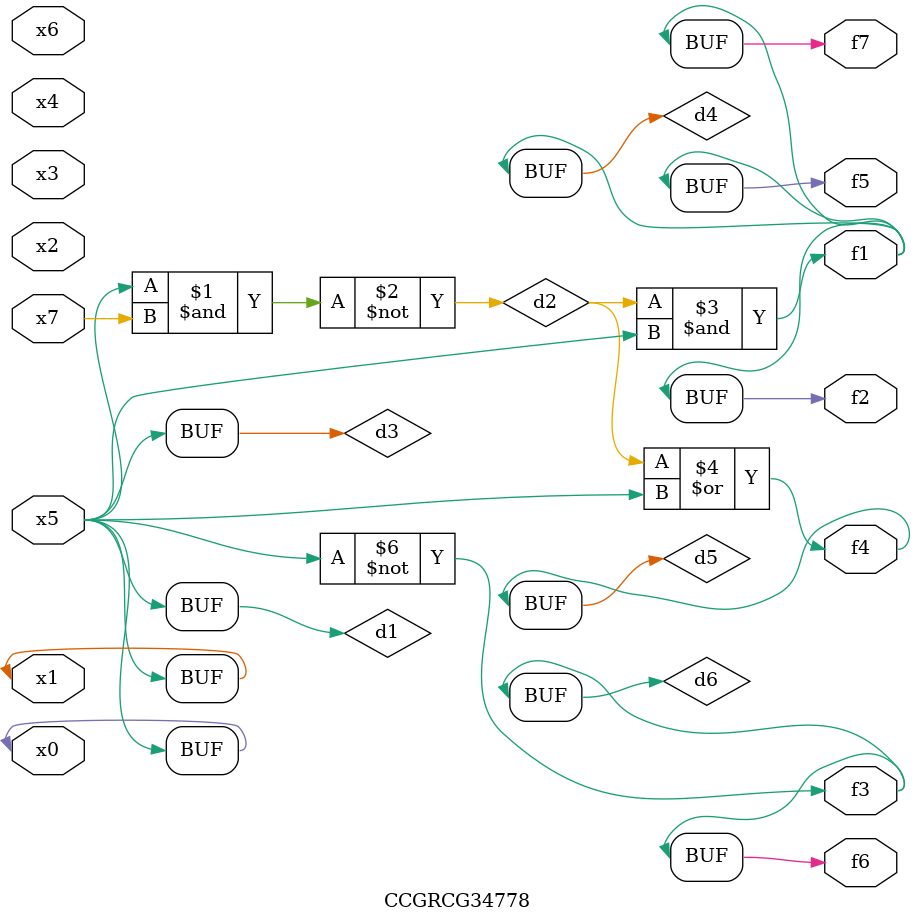
<source format=v>
module CCGRCG34778(
	input x0, x1, x2, x3, x4, x5, x6, x7,
	output f1, f2, f3, f4, f5, f6, f7
);

	wire d1, d2, d3, d4, d5, d6;

	buf (d1, x0, x5);
	nand (d2, x5, x7);
	buf (d3, x0, x1);
	and (d4, d2, d3);
	or (d5, d2, d3);
	nor (d6, d1, d3);
	assign f1 = d4;
	assign f2 = d4;
	assign f3 = d6;
	assign f4 = d5;
	assign f5 = d4;
	assign f6 = d6;
	assign f7 = d4;
endmodule

</source>
